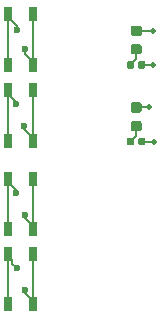
<source format=gbr>
G04 #@! TF.GenerationSoftware,KiCad,Pcbnew,(5.1.4)-1*
G04 #@! TF.CreationDate,2022-11-05T06:08:51+01:00*
G04 #@! TF.ProjectId,REG1-Front-Universal,52454731-2d46-4726-9f6e-742d556e6976,V00.01*
G04 #@! TF.SameCoordinates,Original*
G04 #@! TF.FileFunction,Copper,L1,Top*
G04 #@! TF.FilePolarity,Positive*
%FSLAX46Y46*%
G04 Gerber Fmt 4.6, Leading zero omitted, Abs format (unit mm)*
G04 Created by KiCad (PCBNEW (5.1.4)-1) date 2022-11-05 06:08:51*
%MOMM*%
%LPD*%
G04 APERTURE LIST*
%ADD10C,0.100000*%
%ADD11C,0.875000*%
%ADD12R,0.650000X1.200000*%
%ADD13C,0.590000*%
%ADD14C,0.600000*%
%ADD15C,0.500000*%
%ADD16C,0.200000*%
%ADD17C,0.160000*%
G04 APERTURE END LIST*
D10*
G36*
X111777691Y-116526053D02*
G01*
X111798926Y-116529203D01*
X111819750Y-116534419D01*
X111839962Y-116541651D01*
X111859368Y-116550830D01*
X111877781Y-116561866D01*
X111895024Y-116574654D01*
X111910930Y-116589070D01*
X111925346Y-116604976D01*
X111938134Y-116622219D01*
X111949170Y-116640632D01*
X111958349Y-116660038D01*
X111965581Y-116680250D01*
X111970797Y-116701074D01*
X111973947Y-116722309D01*
X111975000Y-116743750D01*
X111975000Y-117181250D01*
X111973947Y-117202691D01*
X111970797Y-117223926D01*
X111965581Y-117244750D01*
X111958349Y-117264962D01*
X111949170Y-117284368D01*
X111938134Y-117302781D01*
X111925346Y-117320024D01*
X111910930Y-117335930D01*
X111895024Y-117350346D01*
X111877781Y-117363134D01*
X111859368Y-117374170D01*
X111839962Y-117383349D01*
X111819750Y-117390581D01*
X111798926Y-117395797D01*
X111777691Y-117398947D01*
X111756250Y-117400000D01*
X111243750Y-117400000D01*
X111222309Y-117398947D01*
X111201074Y-117395797D01*
X111180250Y-117390581D01*
X111160038Y-117383349D01*
X111140632Y-117374170D01*
X111122219Y-117363134D01*
X111104976Y-117350346D01*
X111089070Y-117335930D01*
X111074654Y-117320024D01*
X111061866Y-117302781D01*
X111050830Y-117284368D01*
X111041651Y-117264962D01*
X111034419Y-117244750D01*
X111029203Y-117223926D01*
X111026053Y-117202691D01*
X111025000Y-117181250D01*
X111025000Y-116743750D01*
X111026053Y-116722309D01*
X111029203Y-116701074D01*
X111034419Y-116680250D01*
X111041651Y-116660038D01*
X111050830Y-116640632D01*
X111061866Y-116622219D01*
X111074654Y-116604976D01*
X111089070Y-116589070D01*
X111104976Y-116574654D01*
X111122219Y-116561866D01*
X111140632Y-116550830D01*
X111160038Y-116541651D01*
X111180250Y-116534419D01*
X111201074Y-116529203D01*
X111222309Y-116526053D01*
X111243750Y-116525000D01*
X111756250Y-116525000D01*
X111777691Y-116526053D01*
X111777691Y-116526053D01*
G37*
D11*
X111500000Y-116962500D03*
D10*
G36*
X111777691Y-118101053D02*
G01*
X111798926Y-118104203D01*
X111819750Y-118109419D01*
X111839962Y-118116651D01*
X111859368Y-118125830D01*
X111877781Y-118136866D01*
X111895024Y-118149654D01*
X111910930Y-118164070D01*
X111925346Y-118179976D01*
X111938134Y-118197219D01*
X111949170Y-118215632D01*
X111958349Y-118235038D01*
X111965581Y-118255250D01*
X111970797Y-118276074D01*
X111973947Y-118297309D01*
X111975000Y-118318750D01*
X111975000Y-118756250D01*
X111973947Y-118777691D01*
X111970797Y-118798926D01*
X111965581Y-118819750D01*
X111958349Y-118839962D01*
X111949170Y-118859368D01*
X111938134Y-118877781D01*
X111925346Y-118895024D01*
X111910930Y-118910930D01*
X111895024Y-118925346D01*
X111877781Y-118938134D01*
X111859368Y-118949170D01*
X111839962Y-118958349D01*
X111819750Y-118965581D01*
X111798926Y-118970797D01*
X111777691Y-118973947D01*
X111756250Y-118975000D01*
X111243750Y-118975000D01*
X111222309Y-118973947D01*
X111201074Y-118970797D01*
X111180250Y-118965581D01*
X111160038Y-118958349D01*
X111140632Y-118949170D01*
X111122219Y-118938134D01*
X111104976Y-118925346D01*
X111089070Y-118910930D01*
X111074654Y-118895024D01*
X111061866Y-118877781D01*
X111050830Y-118859368D01*
X111041651Y-118839962D01*
X111034419Y-118819750D01*
X111029203Y-118798926D01*
X111026053Y-118777691D01*
X111025000Y-118756250D01*
X111025000Y-118318750D01*
X111026053Y-118297309D01*
X111029203Y-118276074D01*
X111034419Y-118255250D01*
X111041651Y-118235038D01*
X111050830Y-118215632D01*
X111061866Y-118197219D01*
X111074654Y-118179976D01*
X111089070Y-118164070D01*
X111104976Y-118149654D01*
X111122219Y-118136866D01*
X111140632Y-118125830D01*
X111160038Y-118116651D01*
X111180250Y-118109419D01*
X111201074Y-118104203D01*
X111222309Y-118101053D01*
X111243750Y-118100000D01*
X111756250Y-118100000D01*
X111777691Y-118101053D01*
X111777691Y-118101053D01*
G37*
D11*
X111500000Y-118537500D03*
D10*
G36*
X111777691Y-123026053D02*
G01*
X111798926Y-123029203D01*
X111819750Y-123034419D01*
X111839962Y-123041651D01*
X111859368Y-123050830D01*
X111877781Y-123061866D01*
X111895024Y-123074654D01*
X111910930Y-123089070D01*
X111925346Y-123104976D01*
X111938134Y-123122219D01*
X111949170Y-123140632D01*
X111958349Y-123160038D01*
X111965581Y-123180250D01*
X111970797Y-123201074D01*
X111973947Y-123222309D01*
X111975000Y-123243750D01*
X111975000Y-123681250D01*
X111973947Y-123702691D01*
X111970797Y-123723926D01*
X111965581Y-123744750D01*
X111958349Y-123764962D01*
X111949170Y-123784368D01*
X111938134Y-123802781D01*
X111925346Y-123820024D01*
X111910930Y-123835930D01*
X111895024Y-123850346D01*
X111877781Y-123863134D01*
X111859368Y-123874170D01*
X111839962Y-123883349D01*
X111819750Y-123890581D01*
X111798926Y-123895797D01*
X111777691Y-123898947D01*
X111756250Y-123900000D01*
X111243750Y-123900000D01*
X111222309Y-123898947D01*
X111201074Y-123895797D01*
X111180250Y-123890581D01*
X111160038Y-123883349D01*
X111140632Y-123874170D01*
X111122219Y-123863134D01*
X111104976Y-123850346D01*
X111089070Y-123835930D01*
X111074654Y-123820024D01*
X111061866Y-123802781D01*
X111050830Y-123784368D01*
X111041651Y-123764962D01*
X111034419Y-123744750D01*
X111029203Y-123723926D01*
X111026053Y-123702691D01*
X111025000Y-123681250D01*
X111025000Y-123243750D01*
X111026053Y-123222309D01*
X111029203Y-123201074D01*
X111034419Y-123180250D01*
X111041651Y-123160038D01*
X111050830Y-123140632D01*
X111061866Y-123122219D01*
X111074654Y-123104976D01*
X111089070Y-123089070D01*
X111104976Y-123074654D01*
X111122219Y-123061866D01*
X111140632Y-123050830D01*
X111160038Y-123041651D01*
X111180250Y-123034419D01*
X111201074Y-123029203D01*
X111222309Y-123026053D01*
X111243750Y-123025000D01*
X111756250Y-123025000D01*
X111777691Y-123026053D01*
X111777691Y-123026053D01*
G37*
D11*
X111500000Y-123462500D03*
D10*
G36*
X111777691Y-124601053D02*
G01*
X111798926Y-124604203D01*
X111819750Y-124609419D01*
X111839962Y-124616651D01*
X111859368Y-124625830D01*
X111877781Y-124636866D01*
X111895024Y-124649654D01*
X111910930Y-124664070D01*
X111925346Y-124679976D01*
X111938134Y-124697219D01*
X111949170Y-124715632D01*
X111958349Y-124735038D01*
X111965581Y-124755250D01*
X111970797Y-124776074D01*
X111973947Y-124797309D01*
X111975000Y-124818750D01*
X111975000Y-125256250D01*
X111973947Y-125277691D01*
X111970797Y-125298926D01*
X111965581Y-125319750D01*
X111958349Y-125339962D01*
X111949170Y-125359368D01*
X111938134Y-125377781D01*
X111925346Y-125395024D01*
X111910930Y-125410930D01*
X111895024Y-125425346D01*
X111877781Y-125438134D01*
X111859368Y-125449170D01*
X111839962Y-125458349D01*
X111819750Y-125465581D01*
X111798926Y-125470797D01*
X111777691Y-125473947D01*
X111756250Y-125475000D01*
X111243750Y-125475000D01*
X111222309Y-125473947D01*
X111201074Y-125470797D01*
X111180250Y-125465581D01*
X111160038Y-125458349D01*
X111140632Y-125449170D01*
X111122219Y-125438134D01*
X111104976Y-125425346D01*
X111089070Y-125410930D01*
X111074654Y-125395024D01*
X111061866Y-125377781D01*
X111050830Y-125359368D01*
X111041651Y-125339962D01*
X111034419Y-125319750D01*
X111029203Y-125298926D01*
X111026053Y-125277691D01*
X111025000Y-125256250D01*
X111025000Y-124818750D01*
X111026053Y-124797309D01*
X111029203Y-124776074D01*
X111034419Y-124755250D01*
X111041651Y-124735038D01*
X111050830Y-124715632D01*
X111061866Y-124697219D01*
X111074654Y-124679976D01*
X111089070Y-124664070D01*
X111104976Y-124649654D01*
X111122219Y-124636866D01*
X111140632Y-124625830D01*
X111160038Y-124616651D01*
X111180250Y-124609419D01*
X111201074Y-124604203D01*
X111222309Y-124601053D01*
X111243750Y-124600000D01*
X111756250Y-124600000D01*
X111777691Y-124601053D01*
X111777691Y-124601053D01*
G37*
D11*
X111500000Y-125037500D03*
D12*
X100650000Y-135825000D03*
X102800000Y-135825000D03*
X100650000Y-140125000D03*
X102800000Y-140125000D03*
X100645000Y-129480000D03*
X102795000Y-129480000D03*
X100645000Y-133780000D03*
X102795000Y-133780000D03*
X100635000Y-122010000D03*
X102785000Y-122010000D03*
X100635000Y-126310000D03*
X102785000Y-126310000D03*
D10*
G36*
X111176958Y-126030710D02*
G01*
X111191276Y-126032834D01*
X111205317Y-126036351D01*
X111218946Y-126041228D01*
X111232031Y-126047417D01*
X111244447Y-126054858D01*
X111256073Y-126063481D01*
X111266798Y-126073202D01*
X111276519Y-126083927D01*
X111285142Y-126095553D01*
X111292583Y-126107969D01*
X111298772Y-126121054D01*
X111303649Y-126134683D01*
X111307166Y-126148724D01*
X111309290Y-126163042D01*
X111310000Y-126177500D01*
X111310000Y-126522500D01*
X111309290Y-126536958D01*
X111307166Y-126551276D01*
X111303649Y-126565317D01*
X111298772Y-126578946D01*
X111292583Y-126592031D01*
X111285142Y-126604447D01*
X111276519Y-126616073D01*
X111266798Y-126626798D01*
X111256073Y-126636519D01*
X111244447Y-126645142D01*
X111232031Y-126652583D01*
X111218946Y-126658772D01*
X111205317Y-126663649D01*
X111191276Y-126667166D01*
X111176958Y-126669290D01*
X111162500Y-126670000D01*
X110867500Y-126670000D01*
X110853042Y-126669290D01*
X110838724Y-126667166D01*
X110824683Y-126663649D01*
X110811054Y-126658772D01*
X110797969Y-126652583D01*
X110785553Y-126645142D01*
X110773927Y-126636519D01*
X110763202Y-126626798D01*
X110753481Y-126616073D01*
X110744858Y-126604447D01*
X110737417Y-126592031D01*
X110731228Y-126578946D01*
X110726351Y-126565317D01*
X110722834Y-126551276D01*
X110720710Y-126536958D01*
X110720000Y-126522500D01*
X110720000Y-126177500D01*
X110720710Y-126163042D01*
X110722834Y-126148724D01*
X110726351Y-126134683D01*
X110731228Y-126121054D01*
X110737417Y-126107969D01*
X110744858Y-126095553D01*
X110753481Y-126083927D01*
X110763202Y-126073202D01*
X110773927Y-126063481D01*
X110785553Y-126054858D01*
X110797969Y-126047417D01*
X110811054Y-126041228D01*
X110824683Y-126036351D01*
X110838724Y-126032834D01*
X110853042Y-126030710D01*
X110867500Y-126030000D01*
X111162500Y-126030000D01*
X111176958Y-126030710D01*
X111176958Y-126030710D01*
G37*
D13*
X111015000Y-126350000D03*
D10*
G36*
X112146958Y-126030710D02*
G01*
X112161276Y-126032834D01*
X112175317Y-126036351D01*
X112188946Y-126041228D01*
X112202031Y-126047417D01*
X112214447Y-126054858D01*
X112226073Y-126063481D01*
X112236798Y-126073202D01*
X112246519Y-126083927D01*
X112255142Y-126095553D01*
X112262583Y-126107969D01*
X112268772Y-126121054D01*
X112273649Y-126134683D01*
X112277166Y-126148724D01*
X112279290Y-126163042D01*
X112280000Y-126177500D01*
X112280000Y-126522500D01*
X112279290Y-126536958D01*
X112277166Y-126551276D01*
X112273649Y-126565317D01*
X112268772Y-126578946D01*
X112262583Y-126592031D01*
X112255142Y-126604447D01*
X112246519Y-126616073D01*
X112236798Y-126626798D01*
X112226073Y-126636519D01*
X112214447Y-126645142D01*
X112202031Y-126652583D01*
X112188946Y-126658772D01*
X112175317Y-126663649D01*
X112161276Y-126667166D01*
X112146958Y-126669290D01*
X112132500Y-126670000D01*
X111837500Y-126670000D01*
X111823042Y-126669290D01*
X111808724Y-126667166D01*
X111794683Y-126663649D01*
X111781054Y-126658772D01*
X111767969Y-126652583D01*
X111755553Y-126645142D01*
X111743927Y-126636519D01*
X111733202Y-126626798D01*
X111723481Y-126616073D01*
X111714858Y-126604447D01*
X111707417Y-126592031D01*
X111701228Y-126578946D01*
X111696351Y-126565317D01*
X111692834Y-126551276D01*
X111690710Y-126536958D01*
X111690000Y-126522500D01*
X111690000Y-126177500D01*
X111690710Y-126163042D01*
X111692834Y-126148724D01*
X111696351Y-126134683D01*
X111701228Y-126121054D01*
X111707417Y-126107969D01*
X111714858Y-126095553D01*
X111723481Y-126083927D01*
X111733202Y-126073202D01*
X111743927Y-126063481D01*
X111755553Y-126054858D01*
X111767969Y-126047417D01*
X111781054Y-126041228D01*
X111794683Y-126036351D01*
X111808724Y-126032834D01*
X111823042Y-126030710D01*
X111837500Y-126030000D01*
X112132500Y-126030000D01*
X112146958Y-126030710D01*
X112146958Y-126030710D01*
G37*
D13*
X111985000Y-126350000D03*
D10*
G36*
X111176958Y-119530710D02*
G01*
X111191276Y-119532834D01*
X111205317Y-119536351D01*
X111218946Y-119541228D01*
X111232031Y-119547417D01*
X111244447Y-119554858D01*
X111256073Y-119563481D01*
X111266798Y-119573202D01*
X111276519Y-119583927D01*
X111285142Y-119595553D01*
X111292583Y-119607969D01*
X111298772Y-119621054D01*
X111303649Y-119634683D01*
X111307166Y-119648724D01*
X111309290Y-119663042D01*
X111310000Y-119677500D01*
X111310000Y-120022500D01*
X111309290Y-120036958D01*
X111307166Y-120051276D01*
X111303649Y-120065317D01*
X111298772Y-120078946D01*
X111292583Y-120092031D01*
X111285142Y-120104447D01*
X111276519Y-120116073D01*
X111266798Y-120126798D01*
X111256073Y-120136519D01*
X111244447Y-120145142D01*
X111232031Y-120152583D01*
X111218946Y-120158772D01*
X111205317Y-120163649D01*
X111191276Y-120167166D01*
X111176958Y-120169290D01*
X111162500Y-120170000D01*
X110867500Y-120170000D01*
X110853042Y-120169290D01*
X110838724Y-120167166D01*
X110824683Y-120163649D01*
X110811054Y-120158772D01*
X110797969Y-120152583D01*
X110785553Y-120145142D01*
X110773927Y-120136519D01*
X110763202Y-120126798D01*
X110753481Y-120116073D01*
X110744858Y-120104447D01*
X110737417Y-120092031D01*
X110731228Y-120078946D01*
X110726351Y-120065317D01*
X110722834Y-120051276D01*
X110720710Y-120036958D01*
X110720000Y-120022500D01*
X110720000Y-119677500D01*
X110720710Y-119663042D01*
X110722834Y-119648724D01*
X110726351Y-119634683D01*
X110731228Y-119621054D01*
X110737417Y-119607969D01*
X110744858Y-119595553D01*
X110753481Y-119583927D01*
X110763202Y-119573202D01*
X110773927Y-119563481D01*
X110785553Y-119554858D01*
X110797969Y-119547417D01*
X110811054Y-119541228D01*
X110824683Y-119536351D01*
X110838724Y-119532834D01*
X110853042Y-119530710D01*
X110867500Y-119530000D01*
X111162500Y-119530000D01*
X111176958Y-119530710D01*
X111176958Y-119530710D01*
G37*
D13*
X111015000Y-119850000D03*
D10*
G36*
X112146958Y-119530710D02*
G01*
X112161276Y-119532834D01*
X112175317Y-119536351D01*
X112188946Y-119541228D01*
X112202031Y-119547417D01*
X112214447Y-119554858D01*
X112226073Y-119563481D01*
X112236798Y-119573202D01*
X112246519Y-119583927D01*
X112255142Y-119595553D01*
X112262583Y-119607969D01*
X112268772Y-119621054D01*
X112273649Y-119634683D01*
X112277166Y-119648724D01*
X112279290Y-119663042D01*
X112280000Y-119677500D01*
X112280000Y-120022500D01*
X112279290Y-120036958D01*
X112277166Y-120051276D01*
X112273649Y-120065317D01*
X112268772Y-120078946D01*
X112262583Y-120092031D01*
X112255142Y-120104447D01*
X112246519Y-120116073D01*
X112236798Y-120126798D01*
X112226073Y-120136519D01*
X112214447Y-120145142D01*
X112202031Y-120152583D01*
X112188946Y-120158772D01*
X112175317Y-120163649D01*
X112161276Y-120167166D01*
X112146958Y-120169290D01*
X112132500Y-120170000D01*
X111837500Y-120170000D01*
X111823042Y-120169290D01*
X111808724Y-120167166D01*
X111794683Y-120163649D01*
X111781054Y-120158772D01*
X111767969Y-120152583D01*
X111755553Y-120145142D01*
X111743927Y-120136519D01*
X111733202Y-120126798D01*
X111723481Y-120116073D01*
X111714858Y-120104447D01*
X111707417Y-120092031D01*
X111701228Y-120078946D01*
X111696351Y-120065317D01*
X111692834Y-120051276D01*
X111690710Y-120036958D01*
X111690000Y-120022500D01*
X111690000Y-119677500D01*
X111690710Y-119663042D01*
X111692834Y-119648724D01*
X111696351Y-119634683D01*
X111701228Y-119621054D01*
X111707417Y-119607969D01*
X111714858Y-119595553D01*
X111723481Y-119583927D01*
X111733202Y-119573202D01*
X111743927Y-119563481D01*
X111755553Y-119554858D01*
X111767969Y-119547417D01*
X111781054Y-119541228D01*
X111794683Y-119536351D01*
X111808724Y-119532834D01*
X111823042Y-119530710D01*
X111837500Y-119530000D01*
X112132500Y-119530000D01*
X112146958Y-119530710D01*
X112146958Y-119530710D01*
G37*
D13*
X111985000Y-119850000D03*
D12*
X100625000Y-115550000D03*
X102775000Y-115550000D03*
X100625000Y-119850000D03*
X102775000Y-119850000D03*
D14*
X101400000Y-116900000D03*
X101310000Y-123160000D03*
X101320000Y-130730000D03*
X101425000Y-137075000D03*
D15*
X112900000Y-119850000D03*
X113000000Y-126350000D03*
D14*
X102120000Y-132530000D03*
D15*
X112900000Y-116950000D03*
D14*
X102100000Y-118500000D03*
X102010000Y-125060000D03*
D15*
X112600000Y-123450000D03*
D14*
X102125000Y-138875000D03*
D16*
X100625000Y-118425000D02*
X100625000Y-115550000D01*
X100650000Y-140125000D02*
X100650000Y-135825000D01*
X100645000Y-133780000D02*
X100645000Y-129480000D01*
X100635000Y-126310000D02*
X100635000Y-122010000D01*
X100625000Y-119850000D02*
X100625000Y-119050000D01*
X100625000Y-119050000D02*
X100625000Y-118425000D01*
X100650000Y-136000000D02*
X101025000Y-136375000D01*
X100650000Y-135825000D02*
X100650000Y-136000000D01*
X101025000Y-136375000D02*
X101025000Y-136675000D01*
X101025000Y-136675000D02*
X101425000Y-137075000D01*
X100650000Y-135825000D02*
X100650000Y-136100000D01*
X100645000Y-129755000D02*
X101320000Y-130430000D01*
X100645000Y-129480000D02*
X100645000Y-129755000D01*
X101320000Y-130430000D02*
X101320000Y-130730000D01*
X100635000Y-122285000D02*
X101310000Y-122960000D01*
X100635000Y-122010000D02*
X100635000Y-122285000D01*
X101310000Y-122960000D02*
X101310000Y-123160000D01*
X100625000Y-115825000D02*
X101400000Y-116600000D01*
X100625000Y-115550000D02*
X100625000Y-115825000D01*
X101400000Y-116600000D02*
X101400000Y-116900000D01*
D17*
X111985000Y-126350000D02*
X113000000Y-126350000D01*
X112900000Y-119850000D02*
X111985000Y-119850000D01*
D16*
X102795000Y-129480000D02*
X102795000Y-133780000D01*
X102795000Y-133505000D02*
X102120000Y-132830000D01*
X102795000Y-133780000D02*
X102795000Y-133505000D01*
X102120000Y-132830000D02*
X102120000Y-132530000D01*
D17*
X111512500Y-116950000D02*
X111500000Y-116962500D01*
X112900000Y-116950000D02*
X111512500Y-116950000D01*
D16*
X102775000Y-115550000D02*
X102775000Y-119850000D01*
X102200000Y-119000000D02*
X102175736Y-119000000D01*
X102175736Y-119000000D02*
X102100000Y-118924264D01*
X102100000Y-118924264D02*
X102100000Y-118500000D01*
X102775000Y-119850000D02*
X102775000Y-119575000D01*
X102775000Y-119575000D02*
X102200000Y-119000000D01*
X102785000Y-122010000D02*
X102785000Y-122810000D01*
X102785000Y-122810000D02*
X102785000Y-126310000D01*
X102785000Y-126035000D02*
X102010000Y-125260000D01*
X102785000Y-126310000D02*
X102785000Y-126035000D01*
X102010000Y-125260000D02*
X102010000Y-125060000D01*
X112600000Y-123450000D02*
X112600000Y-123450000D01*
X111512500Y-123450000D02*
X111500000Y-123462500D01*
X112600000Y-123450000D02*
X111512500Y-123450000D01*
X102800000Y-135825000D02*
X102800000Y-140125000D01*
X102800000Y-139850000D02*
X102125000Y-139175000D01*
X102800000Y-140125000D02*
X102800000Y-139850000D01*
X102125000Y-139175000D02*
X102125000Y-138875000D01*
D17*
X111500000Y-118537500D02*
X111500000Y-119365000D01*
X111500000Y-119365000D02*
X111015000Y-119850000D01*
X111500000Y-125037500D02*
X111500000Y-125865000D01*
X111500000Y-125865000D02*
X111015000Y-126350000D01*
M02*

</source>
